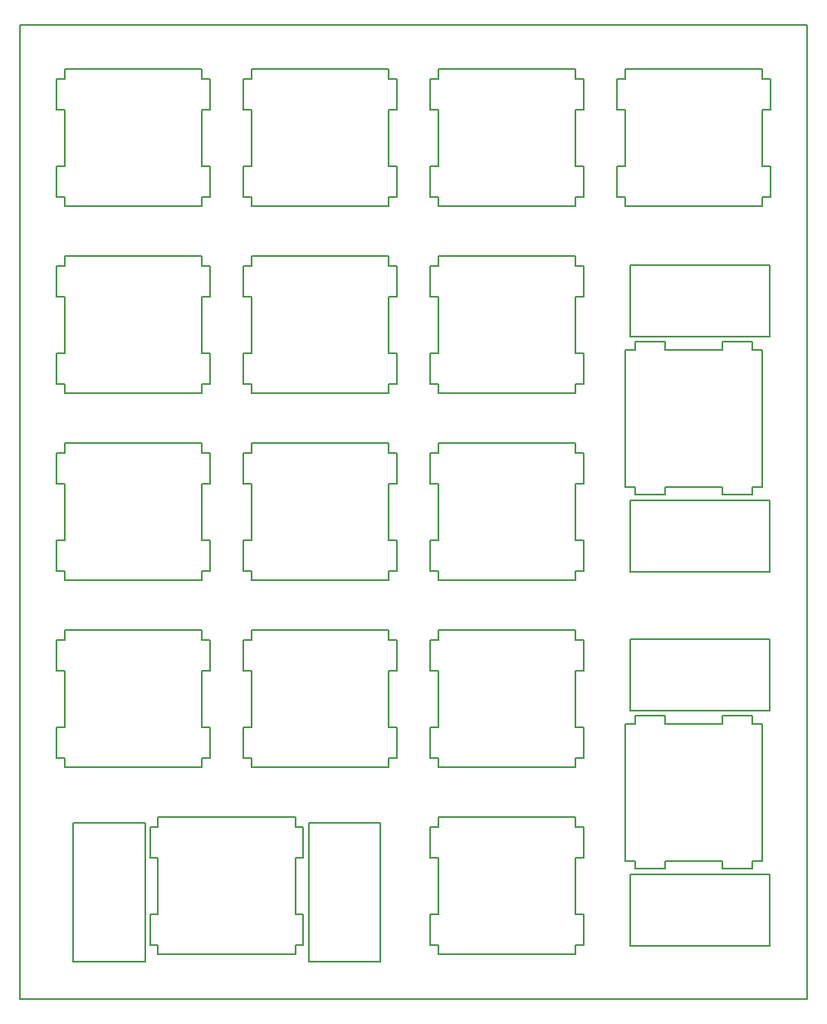
<source format=gko>
G04*
G04 #@! TF.GenerationSoftware,Altium Limited,Altium Designer,20.1.8 (145)*
G04*
G04 Layer_Color=16711935*
%FSLAX25Y25*%
%MOIN*%
G70*
G04*
G04 #@! TF.SameCoordinates,CDDCBFF4-F1B6-4ADE-840B-58E2B0FDAD42*
G04*
G04*
G04 #@! TF.FilePolarity,Positive*
G04*
G01*
G75*
%ADD10C,0.00500*%
D10*
X244971Y200049D02*
X300880D01*
X258948Y205319D02*
X281784D01*
X244971Y171309D02*
X300880D01*
Y200049D01*
X244971Y171309D02*
Y200049D01*
Y265705D02*
X300880D01*
X244971D02*
Y294445D01*
X300880Y265705D02*
Y294445D01*
X244971D02*
X300880D01*
X258948Y260435D02*
X281784D01*
X244971Y50048D02*
X300880D01*
X258948Y55318D02*
X281784D01*
X244971Y21308D02*
X300880D01*
Y50048D01*
X244971Y21308D02*
Y50048D01*
Y115704D02*
X300880D01*
X244971D02*
Y144445D01*
X300880Y115704D02*
Y144445D01*
X244971D02*
X300880D01*
X258948Y110434D02*
X281784D01*
X110429Y33959D02*
Y56795D01*
X144439Y14862D02*
Y70772D01*
X115699Y14862D02*
X144439D01*
X115699Y70772D02*
X144439D01*
X115699Y14862D02*
Y70772D01*
X21303D02*
X50043D01*
X21303Y14862D02*
X50043D01*
X21303D02*
Y70772D01*
X52161Y33959D02*
X55313D01*
Y56795D01*
X52161D02*
X55313D01*
X52161Y68996D02*
X55313D01*
X52161Y56795D02*
Y68996D01*
X0Y390748D02*
X315748D01*
X0Y0D02*
X315748D01*
X17813Y372935D02*
X72930D01*
Y368996D02*
Y372935D01*
Y368996D02*
X76082D01*
Y356794D02*
Y368996D01*
X72930Y356794D02*
X76082D01*
X72930Y333960D02*
Y356794D01*
Y333960D02*
X76082D01*
Y321752D02*
Y333960D01*
X72930Y321752D02*
X76082D01*
X72930Y317819D02*
Y321752D01*
X17813Y317819D02*
X72930D01*
X17813D02*
Y321752D01*
X14661D02*
X17813D01*
X14661D02*
Y333960D01*
X17813D01*
Y356794D01*
X14661D02*
X17813D01*
X14661D02*
Y368996D01*
X17813D01*
Y372935D01*
X92813D02*
X147929D01*
Y368996D02*
Y372935D01*
Y368996D02*
X151082D01*
Y356794D02*
Y368996D01*
X147929Y356794D02*
X151082D01*
X147929Y333960D02*
Y356794D01*
Y333960D02*
X151082D01*
Y321752D02*
Y333960D01*
X147929Y321752D02*
X151082D01*
X147929Y317819D02*
Y321752D01*
X92813Y317819D02*
X147929D01*
X92813D02*
Y321752D01*
X89661D02*
X92813D01*
X89661D02*
Y333960D01*
X92813D01*
Y356794D01*
X89661D02*
X92813D01*
X89661D02*
Y368996D01*
X92813D01*
Y372935D01*
X167813D02*
X222929D01*
Y368996D02*
Y372935D01*
Y368996D02*
X226082D01*
Y356794D02*
Y368996D01*
X222929Y356794D02*
X226082D01*
X222929Y333960D02*
Y356794D01*
Y333960D02*
X226082D01*
Y321752D02*
Y333960D01*
X222929Y321752D02*
X226082D01*
X222929Y317819D02*
Y321752D01*
X167813Y317819D02*
X222929D01*
X167813D02*
Y321752D01*
X164661D02*
X167813D01*
X164661D02*
Y333960D01*
X167813D01*
Y356794D01*
X164661D02*
X167813D01*
X164661D02*
Y368996D01*
X167813D01*
Y372935D01*
X242813D02*
X297929D01*
Y368996D02*
Y372935D01*
Y368996D02*
X301082D01*
Y356794D02*
Y368996D01*
X297929Y356794D02*
X301082D01*
X297929Y333960D02*
Y356794D01*
Y333960D02*
X301082D01*
Y321752D02*
Y333960D01*
X297929Y321752D02*
X301082D01*
X297929Y317819D02*
Y321752D01*
X242813Y317819D02*
X297929D01*
X242813D02*
Y321752D01*
X239661D02*
X242813D01*
X239661D02*
Y333960D01*
X242813D01*
Y356794D01*
X239661D02*
X242813D01*
X239661D02*
Y368996D01*
X242813D01*
Y372935D01*
X17813Y297935D02*
X72930D01*
Y293996D02*
Y297935D01*
Y293996D02*
X76082D01*
Y281794D02*
Y293996D01*
X72930Y281794D02*
X76082D01*
X72930Y258960D02*
Y281794D01*
Y258960D02*
X76082D01*
Y246752D02*
Y258960D01*
X72930Y246752D02*
X76082D01*
X72930Y242819D02*
Y246752D01*
X17813Y242819D02*
X72930D01*
X17813D02*
Y246752D01*
X14661D02*
X17813D01*
X14661D02*
Y258960D01*
X17813D01*
Y281794D01*
X14661D02*
X17813D01*
X14661D02*
Y293996D01*
X17813D01*
Y297935D01*
X92813D02*
X147929D01*
Y293996D02*
Y297935D01*
Y293996D02*
X151082D01*
Y281794D02*
Y293996D01*
X147929Y281794D02*
X151082D01*
X147929Y258960D02*
Y281794D01*
Y258960D02*
X151082D01*
Y246752D02*
Y258960D01*
X147929Y246752D02*
X151082D01*
X147929Y242819D02*
Y246752D01*
X92813Y242819D02*
X147929D01*
X92813D02*
Y246752D01*
X89661D02*
X92813D01*
X89661D02*
Y258960D01*
X92813D01*
Y281794D01*
X89661D02*
X92813D01*
X89661D02*
Y293996D01*
X92813D01*
Y297935D01*
X167813D02*
X222929D01*
Y293996D02*
Y297935D01*
Y293996D02*
X226082D01*
Y281794D02*
Y293996D01*
X222929Y281794D02*
X226082D01*
X222929Y258960D02*
Y281794D01*
Y258960D02*
X226082D01*
Y246752D02*
Y258960D01*
X222929Y246752D02*
X226082D01*
X222929Y242819D02*
Y246752D01*
X167813Y242819D02*
X222929D01*
X167813D02*
Y246752D01*
X164661D02*
X167813D01*
X164661D02*
Y258960D01*
X167813D01*
Y281794D01*
X164661D02*
X167813D01*
X164661D02*
Y293996D01*
X167813D01*
Y297935D01*
X281789Y260435D02*
Y263587D01*
X293995D01*
Y260435D02*
Y263587D01*
Y260435D02*
X297929D01*
Y205319D02*
Y260435D01*
X293995Y205319D02*
X297929D01*
X293995Y202167D02*
Y205319D01*
X281789Y202167D02*
X293995D01*
X281789D02*
Y205319D01*
X258948Y202167D02*
Y205319D01*
X246752Y202167D02*
X258948D01*
X246752D02*
Y205319D01*
X242813D02*
X246752D01*
X242813D02*
Y260435D01*
X246752D01*
Y263587D01*
X258948D01*
Y260435D02*
Y263587D01*
X17813Y222935D02*
X72930D01*
Y218996D02*
Y222935D01*
Y218996D02*
X76082D01*
Y206794D02*
Y218996D01*
X72930Y206794D02*
X76082D01*
X72930Y183959D02*
Y206794D01*
Y183959D02*
X76082D01*
Y171752D02*
Y183959D01*
X72930Y171752D02*
X76082D01*
X72930Y167819D02*
Y171752D01*
X17813Y167819D02*
X72930D01*
X17813D02*
Y171752D01*
X14661D02*
X17813D01*
X14661D02*
Y183959D01*
X17813D01*
Y206794D01*
X14661D02*
X17813D01*
X14661D02*
Y218996D01*
X17813D01*
Y222935D01*
X92813D02*
X147929D01*
Y218996D02*
Y222935D01*
Y218996D02*
X151082D01*
Y206794D02*
Y218996D01*
X147929Y206794D02*
X151082D01*
X147929Y183959D02*
Y206794D01*
Y183959D02*
X151082D01*
Y171752D02*
Y183959D01*
X147929Y171752D02*
X151082D01*
X147929Y167819D02*
Y171752D01*
X92813Y167819D02*
X147929D01*
X92813D02*
Y171752D01*
X89661D02*
X92813D01*
X89661D02*
Y183959D01*
X92813D01*
Y206794D01*
X89661D02*
X92813D01*
X89661D02*
Y218996D01*
X92813D01*
Y222935D01*
X167813D02*
X222929D01*
Y218996D02*
Y222935D01*
Y218996D02*
X226082D01*
Y206794D02*
Y218996D01*
X222929Y206794D02*
X226082D01*
X222929Y183959D02*
Y206794D01*
Y183959D02*
X226082D01*
Y171752D02*
Y183959D01*
X222929Y171752D02*
X226082D01*
X222929Y167819D02*
Y171752D01*
X167813Y167819D02*
X222929D01*
X167813D02*
Y171752D01*
X164661D02*
X167813D01*
X164661D02*
Y183959D01*
X167813D01*
Y206794D01*
X164661D02*
X167813D01*
X164661D02*
Y218996D01*
X167813D01*
Y222935D01*
X17813Y147934D02*
X72930D01*
Y143996D02*
Y147934D01*
Y143996D02*
X76082D01*
Y131795D02*
Y143996D01*
X72930Y131795D02*
X76082D01*
X72930Y108959D02*
Y131795D01*
Y108959D02*
X76082D01*
Y96752D02*
Y108959D01*
X72930Y96752D02*
X76082D01*
X72930Y92818D02*
Y96752D01*
X17813Y92818D02*
X72930D01*
X17813D02*
Y96752D01*
X14661D02*
X17813D01*
X14661D02*
Y108959D01*
X17813D01*
Y131795D01*
X14661D02*
X17813D01*
X14661D02*
Y143996D01*
X17813D01*
Y147934D01*
X92813D02*
X147929D01*
Y143996D02*
Y147934D01*
Y143996D02*
X151082D01*
Y131795D02*
Y143996D01*
X147929Y131795D02*
X151082D01*
X147929Y108959D02*
Y131795D01*
Y108959D02*
X151082D01*
Y96752D02*
Y108959D01*
X147929Y96752D02*
X151082D01*
X147929Y92818D02*
Y96752D01*
X92813Y92818D02*
X147929D01*
X92813D02*
Y96752D01*
X89661D02*
X92813D01*
X89661D02*
Y108959D01*
X92813D01*
Y131795D01*
X89661D02*
X92813D01*
X89661D02*
Y143996D01*
X92813D01*
Y147934D01*
X167813D02*
X222929D01*
Y143996D02*
Y147934D01*
Y143996D02*
X226082D01*
Y131795D02*
Y143996D01*
X222929Y131795D02*
X226082D01*
X222929Y108959D02*
Y131795D01*
Y108959D02*
X226082D01*
Y96752D02*
Y108959D01*
X222929Y96752D02*
X226082D01*
X222929Y92818D02*
Y96752D01*
X167813Y92818D02*
X222929D01*
X167813D02*
Y96752D01*
X164661D02*
X167813D01*
X164661D02*
Y108959D01*
X167813D01*
Y131795D01*
X164661D02*
X167813D01*
X164661D02*
Y143996D01*
X167813D01*
Y147934D01*
X281789Y110435D02*
Y113587D01*
X293995D01*
Y110435D02*
Y113587D01*
Y110435D02*
X297929D01*
Y55318D02*
Y110435D01*
X293995Y55318D02*
X297929D01*
X293995Y52167D02*
Y55318D01*
X281789Y52167D02*
X293995D01*
X281789D02*
Y55318D01*
X258948Y52167D02*
Y55318D01*
X246752Y52167D02*
X258948D01*
X246752D02*
Y55318D01*
X242813D02*
X246752D01*
X242813D02*
Y110435D01*
X246752D01*
Y113587D01*
X258948D01*
Y110435D02*
Y113587D01*
X167813Y72935D02*
X222929D01*
Y68996D02*
Y72935D01*
Y68996D02*
X226082D01*
Y56795D02*
Y68996D01*
X222929Y56795D02*
X226082D01*
X222929Y33959D02*
Y56795D01*
Y33959D02*
X226082D01*
Y21752D02*
Y33959D01*
X222929Y21752D02*
X226082D01*
X222929Y17819D02*
Y21752D01*
X167813Y17819D02*
X222929D01*
X167813D02*
Y21752D01*
X164661D02*
X167813D01*
X164661D02*
Y33959D01*
X167813D01*
Y56795D01*
X164661D02*
X167813D01*
X164661D02*
Y68996D01*
X167813D01*
Y72935D01*
X55313D02*
X110429D01*
Y68996D02*
Y72935D01*
Y68996D02*
X113582D01*
Y56795D02*
Y68996D01*
X110429Y56795D02*
X113582D01*
X110429Y33959D02*
X113582D01*
Y21752D02*
Y33959D01*
X110429Y21752D02*
X113582D01*
X110429Y17819D02*
Y21752D01*
X55313Y17819D02*
X110429D01*
X55313D02*
Y21752D01*
X52161D02*
X55313D01*
X52161D02*
Y33959D01*
X50043Y14862D02*
Y70772D01*
X55313Y68996D02*
Y72935D01*
X0Y0D02*
Y390748D01*
X315748Y0D02*
Y390748D01*
M02*

</source>
